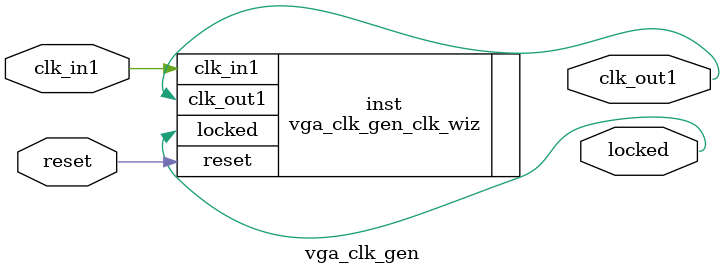
<source format=v>


`timescale 1ps/1ps

(* CORE_GENERATION_INFO = "vga_clk_gen,clk_wiz_v6_0_14_0_0,{component_name=vga_clk_gen,use_phase_alignment=true,use_min_o_jitter=false,use_max_i_jitter=false,use_dyn_phase_shift=false,use_inclk_switchover=false,use_dyn_reconfig=false,enable_axi=0,feedback_source=FDBK_AUTO,PRIMITIVE=MMCM,num_out_clk=1,clkin1_period=10.000,clkin2_period=10.000,use_power_down=false,use_reset=true,use_locked=true,use_inclk_stopped=false,feedback_type=SINGLE,CLOCK_MGR_TYPE=NA,manual_override=false}" *)

module vga_clk_gen 
 (
  // Clock out ports
  output        clk_out1,
  // Status and control signals
  input         reset,
  output        locked,
 // Clock in ports
  input         clk_in1
 );

  vga_clk_gen_clk_wiz inst
  (
  // Clock out ports  
  .clk_out1(clk_out1),
  // Status and control signals               
  .reset(reset), 
  .locked(locked),
 // Clock in ports
  .clk_in1(clk_in1)
  );

endmodule

</source>
